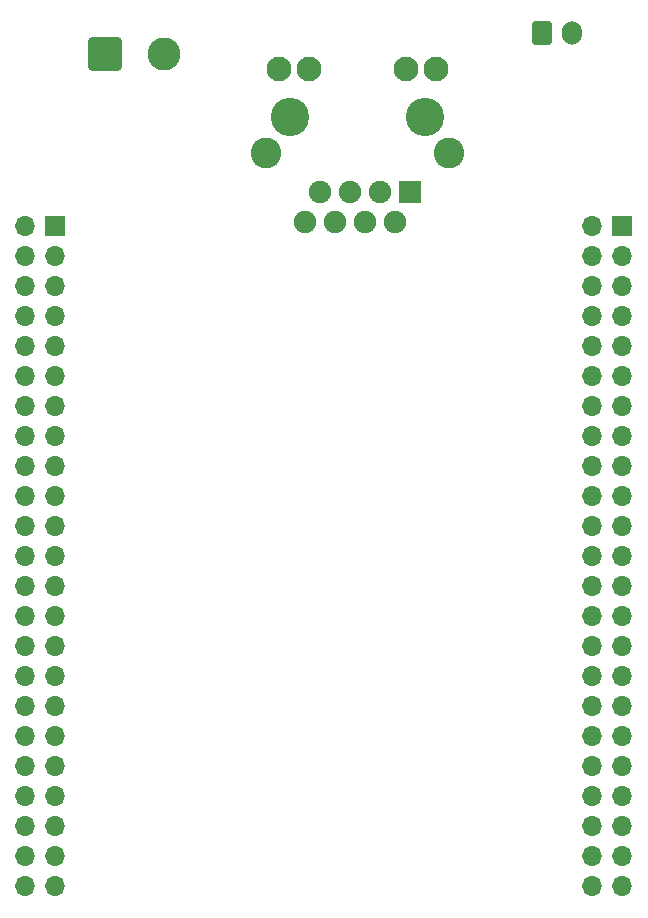
<source format=gbr>
%TF.GenerationSoftware,KiCad,Pcbnew,8.0.8*%
%TF.CreationDate,2025-05-06T17:48:01+03:00*%
%TF.ProjectId,s0-base-board,73302d62-6173-4652-9d62-6f6172642e6b,rev?*%
%TF.SameCoordinates,Original*%
%TF.FileFunction,Soldermask,Bot*%
%TF.FilePolarity,Negative*%
%FSLAX46Y46*%
G04 Gerber Fmt 4.6, Leading zero omitted, Abs format (unit mm)*
G04 Created by KiCad (PCBNEW 8.0.8) date 2025-05-06 17:48:01*
%MOMM*%
%LPD*%
G01*
G04 APERTURE LIST*
G04 Aperture macros list*
%AMRoundRect*
0 Rectangle with rounded corners*
0 $1 Rounding radius*
0 $2 $3 $4 $5 $6 $7 $8 $9 X,Y pos of 4 corners*
0 Add a 4 corners polygon primitive as box body*
4,1,4,$2,$3,$4,$5,$6,$7,$8,$9,$2,$3,0*
0 Add four circle primitives for the rounded corners*
1,1,$1+$1,$2,$3*
1,1,$1+$1,$4,$5*
1,1,$1+$1,$6,$7*
1,1,$1+$1,$8,$9*
0 Add four rect primitives between the rounded corners*
20,1,$1+$1,$2,$3,$4,$5,0*
20,1,$1+$1,$4,$5,$6,$7,0*
20,1,$1+$1,$6,$7,$8,$9,0*
20,1,$1+$1,$8,$9,$2,$3,0*%
G04 Aperture macros list end*
%ADD10R,1.700000X1.700000*%
%ADD11O,1.700000X1.700000*%
%ADD12RoundRect,0.250000X-0.600000X-0.750000X0.600000X-0.750000X0.600000X0.750000X-0.600000X0.750000X0*%
%ADD13O,1.700000X2.000000*%
%ADD14C,3.250000*%
%ADD15R,1.900000X1.900000*%
%ADD16C,1.900000*%
%ADD17C,2.100000*%
%ADD18C,2.600000*%
%ADD19RoundRect,0.250001X-1.149999X-1.149999X1.149999X-1.149999X1.149999X1.149999X-1.149999X1.149999X0*%
%ADD20C,2.800000*%
G04 APERTURE END LIST*
D10*
%TO.C,J5*%
X210800000Y-62560000D03*
D11*
X208260000Y-62560000D03*
X210800000Y-65100000D03*
X208260000Y-65100000D03*
X210800000Y-67640000D03*
X208260000Y-67640000D03*
X210800000Y-70180000D03*
X208260000Y-70180000D03*
X210800000Y-72720000D03*
X208260000Y-72720000D03*
X210800000Y-75260000D03*
X208260000Y-75260000D03*
X210800000Y-77800000D03*
X208260000Y-77800000D03*
X210800000Y-80340000D03*
X208260000Y-80340000D03*
X210800000Y-82880000D03*
X208260000Y-82880000D03*
X210800000Y-85420000D03*
X208260000Y-85420000D03*
X210800000Y-87960000D03*
X208260000Y-87960000D03*
X210800000Y-90500000D03*
X208260000Y-90500000D03*
X210800000Y-93040000D03*
X208260000Y-93040000D03*
X210800000Y-95580000D03*
X208260000Y-95580000D03*
X210800000Y-98120000D03*
X208260000Y-98120000D03*
X210800000Y-100660000D03*
X208260000Y-100660000D03*
X210800000Y-103200000D03*
X208260000Y-103200000D03*
X210800000Y-105740000D03*
X208260000Y-105740000D03*
X210800000Y-108280000D03*
X208260000Y-108280000D03*
X210800000Y-110820000D03*
X208260000Y-110820000D03*
X210800000Y-113360000D03*
X208260000Y-113360000D03*
X210800000Y-115900000D03*
X208260000Y-115900000D03*
X210800000Y-118440000D03*
X208260000Y-118440000D03*
%TD*%
D12*
%TO.C,J3*%
X204000000Y-46300000D03*
D13*
X206500000Y-46300000D03*
%TD*%
D10*
%TO.C,J6*%
X162800000Y-62610000D03*
D11*
X160260000Y-62610000D03*
X162800000Y-65150000D03*
X160260000Y-65150000D03*
X162800000Y-67690000D03*
X160260000Y-67690000D03*
X162800000Y-70230000D03*
X160260000Y-70230000D03*
X162800000Y-72770000D03*
X160260000Y-72770000D03*
X162800000Y-75310000D03*
X160260000Y-75310000D03*
X162800000Y-77850000D03*
X160260000Y-77850000D03*
X162800000Y-80390000D03*
X160260000Y-80390000D03*
X162800000Y-82930000D03*
X160260000Y-82930000D03*
X162800000Y-85470000D03*
X160260000Y-85470000D03*
X162800000Y-88010000D03*
X160260000Y-88010000D03*
X162800000Y-90550000D03*
X160260000Y-90550000D03*
X162800000Y-93090000D03*
X160260000Y-93090000D03*
X162800000Y-95630000D03*
X160260000Y-95630000D03*
X162800000Y-98170000D03*
X160260000Y-98170000D03*
X162800000Y-100710000D03*
X160260000Y-100710000D03*
X162800000Y-103250000D03*
X160260000Y-103250000D03*
X162800000Y-105790000D03*
X160260000Y-105790000D03*
X162800000Y-108330000D03*
X160260000Y-108330000D03*
X162800000Y-110870000D03*
X160260000Y-110870000D03*
X162800000Y-113410000D03*
X160260000Y-113410000D03*
X162800000Y-115950000D03*
X160260000Y-115950000D03*
X162800000Y-118490000D03*
X160260000Y-118490000D03*
%TD*%
D14*
%TO.C,J4*%
X194090000Y-53360000D03*
X182660000Y-53360000D03*
D15*
X192820000Y-59710000D03*
D16*
X191550000Y-62250000D03*
X190280000Y-59710000D03*
X189010000Y-62250000D03*
X187740000Y-59710000D03*
X186470000Y-62250000D03*
X185200000Y-59710000D03*
X183930000Y-62250000D03*
D17*
X195000000Y-49300000D03*
X192460000Y-49300000D03*
X184290000Y-49300000D03*
X181750000Y-49300000D03*
D18*
X196120000Y-56410000D03*
X180630000Y-56410000D03*
%TD*%
D19*
%TO.C,J2*%
X167000000Y-48000000D03*
D20*
X172000000Y-48000000D03*
%TD*%
M02*

</source>
